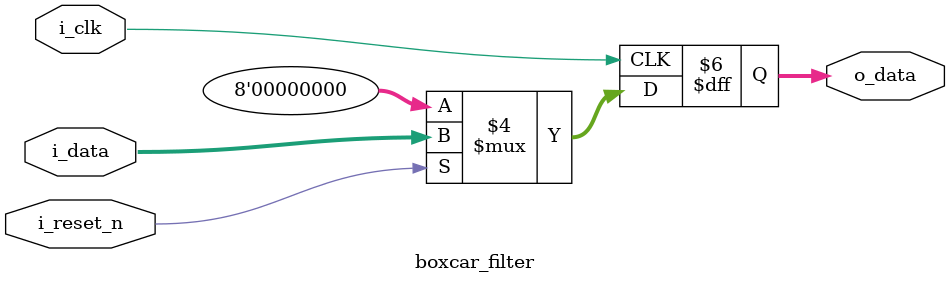
<source format=v>

`default_nettype none
`timescale 1ps/1ps

module boxcar_filter(
    input   wire    [0:0]   i_clk,
    input   wire    [0:0]   i_reset_n,
    input   wire    [7:0]   i_data,
    output  reg     [7:0]   o_data
);

always @(posedge i_clk) begin
    if(!i_reset_n) begin
        o_data <= 8'h00;
    end else begin
        o_data <= i_data;
    end
end

endmodule

</source>
